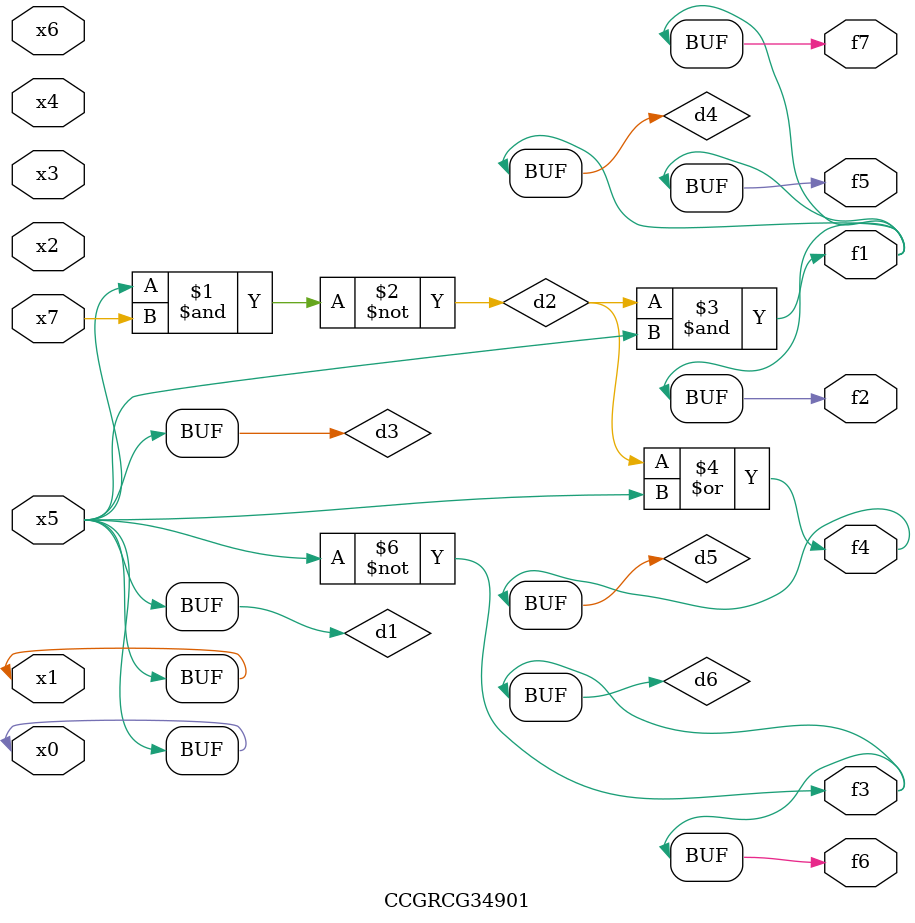
<source format=v>
module CCGRCG34901(
	input x0, x1, x2, x3, x4, x5, x6, x7,
	output f1, f2, f3, f4, f5, f6, f7
);

	wire d1, d2, d3, d4, d5, d6;

	buf (d1, x0, x5);
	nand (d2, x5, x7);
	buf (d3, x0, x1);
	and (d4, d2, d3);
	or (d5, d2, d3);
	nor (d6, d1, d3);
	assign f1 = d4;
	assign f2 = d4;
	assign f3 = d6;
	assign f4 = d5;
	assign f5 = d4;
	assign f6 = d6;
	assign f7 = d4;
endmodule

</source>
